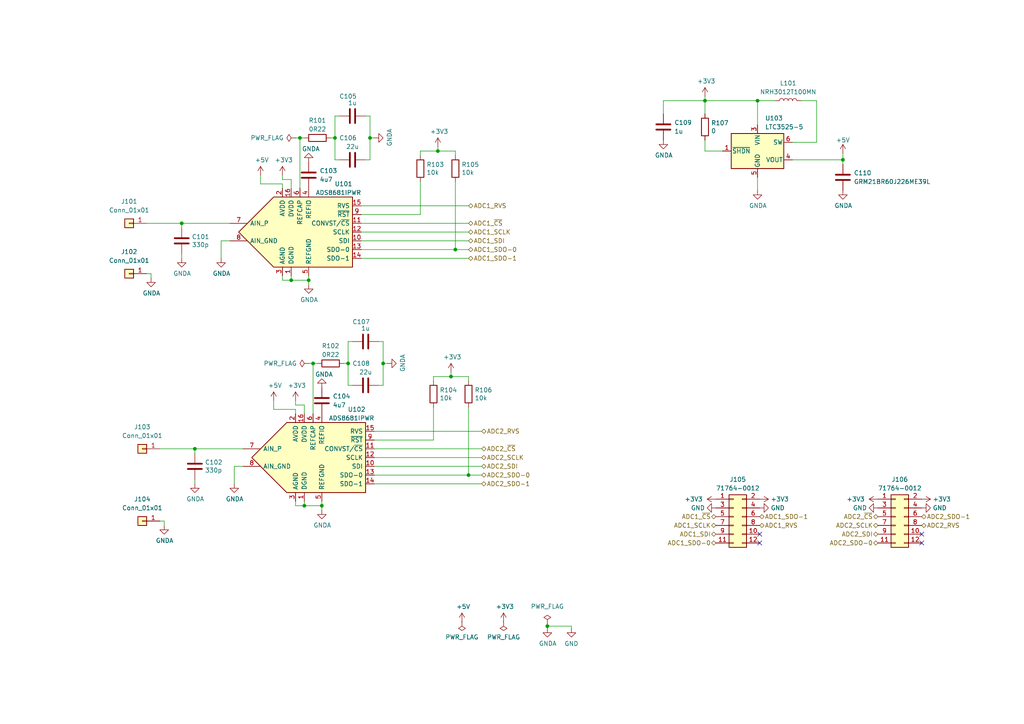
<source format=kicad_sch>
(kicad_sch (version 20230121) (generator eeschema)
  (paper "A4")
  (lib_symbols
    (symbol "Connector_Generic:Conn_01x01" (pin_names (offset 1.016) hide)
      (property "Reference" "J" (at 0 2.54 0))
      (property "Value" "Conn_01x01" (at 0 -2.54 0))
      (symbol "Conn_01x01_1_1"
        (rectangle (start -1.27 0.127) (end 0 -0.127) (stroke (width 0.1524)))
        (rectangle (start -1.27 1.27) (end 1.27 -1.27) (stroke (width 0.254)) (fill (type background)))
        (pin passive line (at -5.08 0 0) (length 3.81) (name "Pin_1") (number "1"))
      )
    )
    (symbol "Connector_Generic:Conn_02x06_Odd_Even" (pin_names (offset 1.016) hide)
      (property "Reference" "J" (at 1.27 7.62 0))
      (property "Value" "Conn_02x06_Odd_Even" (at 1.27 -10.16 0))
      (symbol "Conn_02x06_Odd_Even_1_1"
        (rectangle (start -1.27 -7.493) (end 0 -7.747) (stroke (width 0.1524)))
        (rectangle (start -1.27 -4.953) (end 0 -5.207) (stroke (width 0.1524)))
        (rectangle (start -1.27 -2.413) (end 0 -2.667) (stroke (width 0.1524)))
        (rectangle (start -1.27 0.127) (end 0 -0.127) (stroke (width 0.1524)))
        (rectangle (start -1.27 2.667) (end 0 2.413) (stroke (width 0.1524)))
        (rectangle (start -1.27 5.207) (end 0 4.953) (stroke (width 0.1524)))
        (rectangle (start -1.27 6.35) (end 3.81 -8.89) (stroke (width 0.254)) (fill (type background)))
        (rectangle (start 3.81 -7.493) (end 2.54 -7.747) (stroke (width 0.1524)))
        (rectangle (start 3.81 -4.953) (end 2.54 -5.207) (stroke (width 0.1524)))
        (rectangle (start 3.81 -2.413) (end 2.54 -2.667) (stroke (width 0.1524)))
        (rectangle (start 3.81 0.127) (end 2.54 -0.127) (stroke (width 0.1524)))
        (rectangle (start 3.81 2.667) (end 2.54 2.413) (stroke (width 0.1524)))
        (rectangle (start 3.81 5.207) (end 2.54 4.953) (stroke (width 0.1524)))
        (pin passive line (at -5.08 5.08 0) (length 3.81) (name "Pin_1") (number "1"))
        (pin passive line (at 7.62 -5.08 180) (length 3.81) (name "Pin_10") (number "10"))
        (pin passive line (at -5.08 -7.62 0) (length 3.81) (name "Pin_11") (number "11"))
        (pin passive line (at 7.62 -7.62 180) (length 3.81) (name "Pin_12") (number "12"))
        (pin passive line (at 7.62 5.08 180) (length 3.81) (name "Pin_2") (number "2"))
        (pin passive line (at -5.08 2.54 0) (length 3.81) (name "Pin_3") (number "3"))
        (pin passive line (at 7.62 2.54 180) (length 3.81) (name "Pin_4") (number "4"))
        (pin passive line (at -5.08 0 0) (length 3.81) (name "Pin_5") (number "5"))
        (pin passive line (at 7.62 0 180) (length 3.81) (name "Pin_6") (number "6"))
        (pin passive line (at -5.08 -2.54 0) (length 3.81) (name "Pin_7") (number "7"))
        (pin passive line (at 7.62 -2.54 180) (length 3.81) (name "Pin_8") (number "8"))
        (pin passive line (at -5.08 -5.08 0) (length 3.81) (name "Pin_9") (number "9"))
      )
    )
    (symbol "Device:C" (pin_numbers hide) (pin_names (offset 0.254))
      (property "Reference" "C" (at 0.635 2.54 0))
      (property "Value" "C" (at 0.635 -2.54 0))
      (symbol "C_0_1"
        (polyline (pts (xy -2.032 -0.762) (xy 2.032 -0.762)) (stroke (width 0.508)))
        (polyline (pts (xy -2.032 0.762) (xy 2.032 0.762)) (stroke (width 0.508)))
      )
      (symbol "C_1_1"
        (pin passive line (at 0 3.81 270) (length 2.794) (name "~") (number "1"))
        (pin passive line (at 0 -3.81 90) (length 2.794) (name "~") (number "2"))
      )
    )
    (symbol "Device:L" (pin_numbers hide) (pin_names (offset 1.016) hide)
      (property "Reference" "L" (at -1.27 0 90))
      (property "Value" "L" (at 1.905 0 90))
      (symbol "L_0_1"
        (arc (start 0 -2.54) (mid 0.6323 -1.905) (end 0 -1.27))
        (arc (start 0 -1.27) (mid 0.6323 -0.635) (end 0 0))
        (arc (start 0 0) (mid 0.6323 0.635) (end 0 1.27))
        (arc (start 0 1.27) (mid 0.6323 1.905) (end 0 2.54))
      )
      (symbol "L_1_1"
        (pin passive line (at 0 3.81 270) (length 1.27) (name "1") (number "1"))
        (pin passive line (at 0 -3.81 90) (length 1.27) (name "2") (number "2"))
      )
    )
    (symbol "Device:R" (pin_numbers hide) (pin_names (offset 0))
      (property "Reference" "R" (at 2.032 0 90))
      (property "Value" "R" (at 0 0 90))
      (symbol "R_0_1"
        (rectangle (start -1.016 -2.54) (end 1.016 2.54) (stroke (width 0.254)))
      )
      (symbol "R_1_1"
        (pin passive line (at 0 3.81 270) (length 1.27) (name "~") (number "1"))
        (pin passive line (at 0 -3.81 90) (length 1.27) (name "~") (number "2"))
      )
    )
    (symbol "ETH3CDAQ1:ADS8681PWR" (pin_names (offset 0.762))
      (property "Reference" "U" (at 6.35 13.97 0))
      (property "Value" "ADS8681PWR" (at 6.35 11.43 0))
      (symbol "ADS8681PWR_0_1"
        (polyline (pts (xy -5.08 10.16) (xy 17.78 10.16) (xy 17.78 -10.16) (xy -5.08 -10.16) (xy -15.24 0) (xy -5.08 10.16)) (stroke (width 0.254)) (fill (type background)))
      )
      (symbol "ADS8681PWR_1_1"
        (pin power_in line (at 0 -12.7 90) (length 2.54) (name "DGND") (number "1"))
        (pin input line (at 20.32 -2.54 180) (length 2.54) (name "SDI") (number "10"))
        (pin input line (at 20.32 2.54 180) (length 2.54) (name "CONVST/~{CS}") (number "11"))
        (pin input line (at 20.32 0 180) (length 2.54) (name "SCLK") (number "12"))
        (pin tri_state line (at 20.32 -5.08 180) (length 2.54) (name "SDO-0") (number "13"))
        (pin tri_state line (at 20.32 -7.62 180) (length 2.54) (name "SDO-1") (number "14"))
        (pin output line (at 20.32 7.62 180) (length 2.54) (name "RVS") (number "15"))
        (pin power_in line (at 0 12.7 270) (length 2.54) (name "DVDD") (number "16"))
        (pin power_in line (at -2.54 12.7 270) (length 2.54) (name "AVDD") (number "2"))
        (pin power_in line (at -2.54 -12.7 90) (length 2.54) (name "AGND") (number "3"))
        (pin passive line (at 5.08 12.7 270) (length 2.54) (name "REFIO") (number "4"))
        (pin power_in line (at 5.08 -12.7 90) (length 2.54) (name "REFGND") (number "5"))
        (pin power_in line (at 2.54 12.7 270) (length 2.54) (name "REFCAP") (number "6"))
        (pin input line (at -17.78 2.54 0) (length 5.08) (name "AIN_P") (number "7"))
        (pin input line (at -17.78 -2.54 0) (length 5.08) (name "AIN_GND") (number "8"))
        (pin input line (at 20.32 5.08 180) (length 2.54) (name "~{RST}") (number "9"))
      )
    )
    (symbol "PWR_FLAG_1" (power) (pin_numbers hide) (pin_names (offset 0) hide)
      (property "Value" "PWR_FLAG_1" (at 0 3.81 0))
      (symbol "PWR_FLAG_1_0_0"
        (pin power_out line (at 0 0 90) (length 0) (name "pwr") (number "1"))
      )
      (symbol "PWR_FLAG_1_0_1"
        (polyline (pts (xy 0 0) (xy 0 1.27) (xy -1.016 1.905) (xy 0 2.54) (xy 1.016 1.905) (xy 0 1.27)))
      )
    )
    (symbol "Regulator_Switching:LTC3525-5" (pin_names (offset 0.254))
      (property "Reference" "U" (at -6.35 6.35 0))
      (property "Value" "LTC3525-5" (at 1.27 6.35 0))
      (symbol "LTC3525-5_0_1"
        (rectangle (start -7.62 5.08) (end 7.62 -5.08) (stroke (width 0.254)) (fill (type background)))
      )
      (symbol "LTC3525-5_1_1"
        (pin input line (at -10.16 0 0) (length 2.54) (name "~{SHDN}") (number "1"))
        (pin passive line (at 0 -7.62 90) (length 2.54) hide (name "GND") (number "2"))
        (pin power_in line (at 0 7.62 270) (length 2.54) (name "VIN") (number "3"))
        (pin power_out line (at 10.16 -2.54 180) (length 2.54) (name "VOUT") (number "4"))
        (pin power_in line (at 0 -7.62 90) (length 2.54) (name "GND") (number "5"))
        (pin input line (at 10.16 2.54 180) (length 2.54) (name "SW") (number "6"))
      )
    )
    (symbol "power:+3.3V" (power) (pin_names (offset 0))
      (property "Value" "+3.3V" (at 0 3.556 0))
      (symbol "+3.3V_0_1"
        (polyline (pts (xy -0.762 1.27) (xy 0 2.54)))
        (polyline (pts (xy 0 0) (xy 0 2.54)))
        (polyline (pts (xy 0 2.54) (xy 0.762 1.27)))
      )
      (symbol "+3.3V_1_1"
        (pin power_in line (at 0 0 90) (length 0) hide (name "+3V3") (number "1"))
      )
    )
    (symbol "power:+5V" (power) (pin_names (offset 0))
      (property "Value" "+5V" (at 0 3.556 0))
      (symbol "+5V_0_1"
        (polyline (pts (xy -0.762 1.27) (xy 0 2.54)))
        (polyline (pts (xy 0 0) (xy 0 2.54)))
        (polyline (pts (xy 0 2.54) (xy 0.762 1.27)))
      )
      (symbol "+5V_1_1"
        (pin power_in line (at 0 0 90) (length 0) hide (name "+5V") (number "1"))
      )
    )
    (symbol "power:GND" (power) (pin_names (offset 0))
      (property "Value" "GND" (at 0 -3.81 0))
      (symbol "GND_0_1"
        (polyline (pts (xy 0 0) (xy 0 -1.27) (xy 1.27 -1.27) (xy 0 -2.54) (xy -1.27 -1.27) (xy 0 -1.27)))
      )
      (symbol "GND_1_1"
        (pin power_in line (at 0 0 270) (length 0) hide (name "GND") (number "1"))
      )
    )
    (symbol "power:GNDA" (power) (pin_names (offset 0))
      (property "Value" "GNDA" (at 0 -3.81 0))
      (symbol "GNDA_0_1"
        (polyline (pts (xy 0 0) (xy 0 -1.27) (xy 1.27 -1.27) (xy 0 -2.54) (xy -1.27 -1.27) (xy 0 -1.27)))
      )
      (symbol "GNDA_1_1"
        (pin power_in line (at 0 0 270) (length 0) hide (name "GNDA") (number "1"))
      )
    )
    (symbol "power:PWR_FLAG" (power) (pin_numbers hide) (pin_names (offset 0) hide)
      (property "Value" "PWR_FLAG" (at 0 3.81 0))
      (symbol "PWR_FLAG_0_0"
        (pin power_out line (at 0 0 90) (length 0) (name "pwr") (number "1"))
      )
      (symbol "PWR_FLAG_0_1"
        (polyline (pts (xy 0 0) (xy 0 1.27) (xy -1.016 1.905) (xy 0 2.54) (xy 1.016 1.905) (xy 0 1.27)))
      )
    )
  )
  (junction (at 90.805 105.41))
  (junction (at 135.89 137.795))
  (junction (at 244.475 46.355))
  (junction (at 88.265 146.685))
  (junction (at 130.81 109.22))
  (junction (at 158.75 181.61))
  (junction (at 204.47 29.21))
  (junction (at 56.515 130.175))
  (junction (at 86.995 40.005))
  (junction (at 100.965 105.41))
  (junction (at 132.08 72.39))
  (junction (at 219.71 29.21))
  (junction (at 84.455 81.28))
  (junction (at 52.705 64.77))
  (junction (at 89.535 81.28))
  (junction (at 127 43.815))
  (junction (at 97.155 40.005))
  (junction (at 111.125 105.41))
  (junction (at 107.315 40.005))
  (junction (at 93.345 146.685))
  (no_connect (at 220.345 154.94))
  (no_connect (at 267.335 157.48))
  (no_connect (at 220.345 157.48))
  (no_connect (at 267.335 154.94))
  (wire (pts (xy 70.485 130.175) (xy 56.515 130.175)))
  (wire (pts (xy 85.725 146.685) (xy 88.265 146.685)))
  (wire (pts (xy 107.315 46.355) (xy 107.315 40.005)))
  (wire (pts (xy 42.545 64.77) (xy 52.705 64.77)))
  (wire (pts (xy 204.47 29.21) (xy 204.47 33.02)))
  (wire (pts (xy 47.625 151.13) (xy 47.625 152.4)))
  (wire (pts (xy 135.89 137.795) (xy 139.7 137.795)))
  (wire (pts (xy 102.235 111.76) (xy 100.965 111.76)))
  (wire (pts (xy 100.965 105.41) (xy 99.695 105.41)))
  (wire (pts (xy 88.265 117.475) (xy 85.725 117.475)))
  (wire (pts (xy 84.455 81.28) (xy 84.455 80.01)))
  (wire (pts (xy 56.515 131.445) (xy 56.515 130.175)))
  (wire (pts (xy 111.125 105.41) (xy 111.125 99.06)))
  (wire (pts (xy 107.315 40.005) (xy 107.315 33.655)))
  (wire (pts (xy 104.775 72.39) (xy 132.08 72.39)))
  (wire (pts (xy 97.155 46.355) (xy 97.155 40.005)))
  (wire (pts (xy 165.735 181.61) (xy 165.735 182.245)))
  (wire (pts (xy 56.515 140.335) (xy 56.515 139.065)))
  (wire (pts (xy 135.89 110.49) (xy 135.89 109.22)))
  (wire (pts (xy 108.585 135.255) (xy 139.7 135.255)))
  (wire (pts (xy 81.915 80.01) (xy 81.915 81.28)))
  (wire (pts (xy 192.405 29.21) (xy 204.47 29.21)))
  (wire (pts (xy 111.125 111.76) (xy 111.125 105.41)))
  (wire (pts (xy 97.155 33.655) (xy 98.425 33.655)))
  (wire (pts (xy 64.135 69.85) (xy 66.675 69.85)))
  (wire (pts (xy 125.73 109.22) (xy 130.81 109.22)))
  (wire (pts (xy 106.045 46.355) (xy 107.315 46.355)))
  (wire (pts (xy 67.945 140.335) (xy 67.945 135.255)))
  (wire (pts (xy 121.92 45.085) (xy 121.92 43.815)))
  (wire (pts (xy 104.775 62.23) (xy 121.92 62.23)))
  (wire (pts (xy 88.265 146.685) (xy 93.345 146.685)))
  (wire (pts (xy 219.71 29.21) (xy 224.79 29.21)))
  (wire (pts (xy 75.565 53.34) (xy 81.915 53.34)))
  (wire (pts (xy 112.395 105.41) (xy 111.125 105.41)))
  (wire (pts (xy 204.47 43.815) (xy 204.47 40.64)))
  (wire (pts (xy 97.155 40.005) (xy 95.885 40.005)))
  (wire (pts (xy 125.73 127.635) (xy 125.73 118.11)))
  (wire (pts (xy 127 42.545) (xy 127 43.815)))
  (wire (pts (xy 52.705 66.04) (xy 52.705 64.77)))
  (wire (pts (xy 192.405 33.02) (xy 192.405 29.21)))
  (wire (pts (xy 52.705 74.93) (xy 52.705 73.66)))
  (wire (pts (xy 132.08 45.085) (xy 132.08 43.815)))
  (wire (pts (xy 79.375 118.745) (xy 85.725 118.745)))
  (wire (pts (xy 158.75 181.61) (xy 165.735 181.61)))
  (wire (pts (xy 81.915 52.07) (xy 81.915 50.8)))
  (wire (pts (xy 219.71 36.195) (xy 219.71 29.21)))
  (wire (pts (xy 90.805 105.41) (xy 90.805 120.015)))
  (wire (pts (xy 209.55 43.815) (xy 204.47 43.815)))
  (wire (pts (xy 158.75 182.245) (xy 158.75 181.61)))
  (wire (pts (xy 244.475 46.355) (xy 244.475 47.625)))
  (wire (pts (xy 75.565 53.34) (xy 75.565 50.8)))
  (wire (pts (xy 121.92 43.815) (xy 127 43.815)))
  (wire (pts (xy 204.47 27.94) (xy 204.47 29.21)))
  (wire (pts (xy 84.455 52.07) (xy 81.915 52.07)))
  (wire (pts (xy 89.535 105.41) (xy 90.805 105.41)))
  (wire (pts (xy 89.535 82.55) (xy 89.535 81.28)))
  (wire (pts (xy 89.535 81.28) (xy 89.535 80.01)))
  (wire (pts (xy 108.585 40.005) (xy 107.315 40.005)))
  (wire (pts (xy 236.855 29.21) (xy 236.855 41.275)))
  (wire (pts (xy 85.725 40.005) (xy 86.995 40.005)))
  (wire (pts (xy 229.87 46.355) (xy 244.475 46.355)))
  (wire (pts (xy 46.355 151.13) (xy 47.625 151.13)))
  (wire (pts (xy 88.265 146.685) (xy 88.265 145.415)))
  (wire (pts (xy 88.265 120.015) (xy 88.265 117.475)))
  (wire (pts (xy 108.585 127.635) (xy 125.73 127.635)))
  (wire (pts (xy 46.355 130.175) (xy 56.515 130.175)))
  (wire (pts (xy 109.855 111.76) (xy 111.125 111.76)))
  (wire (pts (xy 158.75 180.975) (xy 158.75 181.61)))
  (wire (pts (xy 86.995 40.005) (xy 86.995 54.61)))
  (wire (pts (xy 64.135 74.93) (xy 64.135 69.85)))
  (wire (pts (xy 42.545 79.375) (xy 43.815 79.375)))
  (wire (pts (xy 81.915 81.28) (xy 84.455 81.28)))
  (wire (pts (xy 219.71 51.435) (xy 219.71 55.245)))
  (wire (pts (xy 111.125 99.06) (xy 109.855 99.06)))
  (wire (pts (xy 108.585 130.175) (xy 139.7 130.175)))
  (wire (pts (xy 85.725 120.015) (xy 85.725 118.745)))
  (wire (pts (xy 121.92 62.23) (xy 121.92 52.705)))
  (wire (pts (xy 100.965 105.41) (xy 100.965 99.06)))
  (wire (pts (xy 97.155 40.005) (xy 97.155 33.655)))
  (wire (pts (xy 88.265 40.005) (xy 86.995 40.005)))
  (wire (pts (xy 100.965 111.76) (xy 100.965 105.41)))
  (wire (pts (xy 84.455 54.61) (xy 84.455 52.07)))
  (wire (pts (xy 92.075 105.41) (xy 90.805 105.41)))
  (wire (pts (xy 127 43.815) (xy 132.08 43.815)))
  (wire (pts (xy 104.775 64.77) (xy 135.89 64.77)))
  (wire (pts (xy 132.08 72.39) (xy 135.89 72.39)))
  (wire (pts (xy 84.455 81.28) (xy 89.535 81.28)))
  (wire (pts (xy 93.345 146.685) (xy 93.345 145.415)))
  (wire (pts (xy 104.775 67.31) (xy 135.89 67.31)))
  (wire (pts (xy 100.965 99.06) (xy 102.235 99.06)))
  (wire (pts (xy 107.315 33.655) (xy 106.045 33.655)))
  (wire (pts (xy 130.81 109.22) (xy 135.89 109.22)))
  (wire (pts (xy 43.815 79.375) (xy 43.815 80.645)))
  (wire (pts (xy 232.41 29.21) (xy 236.855 29.21)))
  (wire (pts (xy 104.775 59.69) (xy 135.89 59.69)))
  (wire (pts (xy 104.775 74.93) (xy 135.89 74.93)))
  (wire (pts (xy 79.375 118.745) (xy 79.375 116.205)))
  (wire (pts (xy 66.675 64.77) (xy 52.705 64.77)))
  (wire (pts (xy 108.585 132.715) (xy 139.7 132.715)))
  (wire (pts (xy 108.585 125.095) (xy 139.7 125.095)))
  (wire (pts (xy 81.915 54.61) (xy 81.915 53.34)))
  (wire (pts (xy 98.425 46.355) (xy 97.155 46.355)))
  (wire (pts (xy 85.725 145.415) (xy 85.725 146.685)))
  (wire (pts (xy 93.345 147.955) (xy 93.345 146.685)))
  (wire (pts (xy 219.71 29.21) (xy 204.47 29.21)))
  (wire (pts (xy 132.08 52.705) (xy 132.08 72.39)))
  (wire (pts (xy 104.775 69.85) (xy 135.89 69.85)))
  (wire (pts (xy 108.585 140.335) (xy 139.7 140.335)))
  (wire (pts (xy 67.945 135.255) (xy 70.485 135.255)))
  (wire (pts (xy 85.725 117.475) (xy 85.725 116.205)))
  (wire (pts (xy 236.855 41.275) (xy 229.87 41.275)))
  (wire (pts (xy 244.475 46.355) (xy 244.475 44.45)))
  (wire (pts (xy 130.81 107.95) (xy 130.81 109.22)))
  (wire (pts (xy 135.89 118.11) (xy 135.89 137.795)))
  (wire (pts (xy 125.73 110.49) (xy 125.73 109.22)))
  (wire (pts (xy 108.585 137.795) (xy 135.89 137.795)))
  (hierarchical_label "ADC2_~{CS}" (shape bidirectional) (at 139.7 130.175 0))
  (hierarchical_label "ADC2_SDO-1" (shape bidirectional) (at 139.7 140.335 0))
  (hierarchical_label "ADC2_RVS" (shape bidirectional) (at 139.7 125.095 0))
  (hierarchical_label "ADC1_~{CS}" (shape bidirectional) (at 207.645 149.86 180))
  (hierarchical_label "ADC2_SCLK" (shape bidirectional) (at 139.7 132.715 0))
  (hierarchical_label "ADC1_SDI" (shape bidirectional) (at 207.645 154.94 180))
  (hierarchical_label "ADC2_SCLK" (shape bidirectional) (at 254.635 152.4 180))
  (hierarchical_label "ADC2_SDI" (shape bidirectional) (at 139.7 135.255 0))
  (hierarchical_label "ADC1_SDO-1" (shape bidirectional) (at 220.345 149.86 0))
  (hierarchical_label "ADC2_SDO-0" (shape bidirectional) (at 139.7 137.795 0))
  (hierarchical_label "ADC1_SDI" (shape bidirectional) (at 135.89 69.85 0))
  (hierarchical_label "ADC1_RVS" (shape bidirectional) (at 135.89 59.69 0))
  (hierarchical_label "ADC2_SDO-0" (shape bidirectional) (at 254.635 157.48 180))
  (hierarchical_label "ADC1_~{CS}" (shape bidirectional) (at 135.89 64.77 0))
  (hierarchical_label "ADC1_SDO-0" (shape bidirectional) (at 207.645 157.48 180))
  (hierarchical_label "ADC1_SCLK" (shape bidirectional) (at 135.89 67.31 0))
  (hierarchical_label "ADC1_SCLK" (shape bidirectional) (at 207.645 152.4 180))
  (hierarchical_label "ADC2_SDI" (shape bidirectional) (at 254.635 154.94 180))
  (hierarchical_label "ADC1_SDO-1" (shape bidirectional) (at 135.89 74.93 0))
  (hierarchical_label "ADC2_RVS" (shape bidirectional) (at 267.335 152.4 0))
  (hierarchical_label "ADC2_~{CS}" (shape bidirectional) (at 254.635 149.86 180))
  (hierarchical_label "ADC2_SDO-1" (shape bidirectional) (at 267.335 149.86 0))
  (hierarchical_label "ADC1_SDO-0" (shape bidirectional) (at 135.89 72.39 0))
  (hierarchical_label "ADC1_RVS" (shape bidirectional) (at 220.345 152.4 0))
  (symbol (lib_id "Connector_Generic:Conn_02x06_Odd_Even") (at 259.715 149.86 0) (unit 1)
    (property "Reference" "J106" (at 260.985 139.065 0))
    (property "Value" "71764-0012" (at 260.985 141.605 0))
    (property "Footprint" "Connector_PinHeader_2.54mm:PinHeader_2x06_P2.54mm_Horizontal" (effects hide))
  )
  (symbol (lib_id "power:PWR_FLAG") (at 89.535 105.41 90) (unit 1)
    (property "Reference" "#FLG0102" (effects hide))
    (property "Value" "PWR_FLAG" (at 81.28 105.41 90))
  )
  (symbol (lib_id "power:GND") (at 207.645 147.32 270) (mirror x) (unit 1)
    (property "Reference" "#PWR0126" (effects hide))
    (property "Value" "GND" (at 204.47 147.32 90) (effects (justify right)))
  )
  (symbol (lib_id "power:GNDA") (at 43.815 80.645 0) (unit 1)
    (property "Reference" "#PWR0101" (effects hide))
    (property "Value" "GNDA" (at 43.942 85.0392 0))
  )
  (symbol (lib_id "power:+3.3V") (at 146.05 180.34 0) (unit 1)
    (property "Reference" "#PWR0120" (effects hide))
    (property "Value" "+3.3V" (at 146.431 175.9458 0))
  )
  (symbol (lib_id "Connector_Generic:Conn_02x06_Odd_Even") (at 212.725 149.86 0) (unit 1)
    (property "Reference" "J105" (at 213.995 139.065 0))
    (property "Value" "71764-0012" (at 213.995 141.605 0))
    (property "Footprint" "Connector_PinHeader_2.54mm:PinHeader_2x06_P2.54mm_Horizontal" (effects hide))
  )
  (symbol (lib_id "power:+3.3V") (at 85.725 116.205 0) (unit 1)
    (property "Reference" "#PWR0110" (effects hide))
    (property "Value" "+3.3V" (at 86.106 111.8108 0))
  )
  (symbol (lib_id "power:GNDA") (at 192.405 40.64 0) (unit 1)
    (property "Reference" "#PWR0123" (effects hide))
    (property "Value" "GNDA" (at 192.532 45.0342 0))
  )
  (symbol (lib_id "power:GNDA") (at 89.535 82.55 0) (unit 1)
    (property "Reference" "#PWR0112" (effects hide))
    (property "Value" "GNDA" (at 89.662 86.9442 0))
  )
  (symbol (lib_id "power:GNDA") (at 64.135 74.93 0) (unit 1)
    (property "Reference" "#PWR0105" (effects hide))
    (property "Value" "GNDA" (at 64.262 79.3242 0))
  )
  (symbol (lib_id "power:GNDA") (at 56.515 140.335 0) (unit 1)
    (property "Reference" "#PWR0104" (effects hide))
    (property "Value" "GNDA" (at 56.642 144.7292 0))
  )
  (symbol (lib_id "Device:C") (at 93.345 116.205 0) (unit 1)
    (property "Reference" "C104" (at 96.52 114.935 0) (effects (justify left)))
    (property "Value" "4u7" (at 96.52 117.475 0) (effects (justify left)))
    (property "Footprint" "Capacitor_SMD:C_0603_1608Metric_Pad1.08x0.95mm_HandSolder" (effects hide))
  )
  (symbol (lib_id "power:+3.3V") (at 127 42.545 0) (unit 1)
    (property "Reference" "#PWR0117" (effects hide))
    (property "Value" "+3.3V" (at 127.381 38.1508 0))
  )
  (symbol (lib_id "Connector_Generic:Conn_01x01") (at 37.465 64.77 180) (unit 1)
    (property "Reference" "J101" (at 37.465 58.42 0))
    (property "Value" "Conn_01x01" (at 37.465 60.96 0))
    (property "Footprint" "Connector_PinHeader_2.54mm:PinHeader_1x01_P2.54mm_Vertical" (effects hide))
  )
  (symbol (lib_id "Regulator_Switching:LTC3525-5") (at 219.71 43.815 0) (unit 1)
    (property "Reference" "U103" (at 221.9041 34.29 0) (effects (justify left)))
    (property "Value" "LTC3525-5" (at 221.9041 36.83 0) (effects (justify left)))
    (property "Footprint" "Package_TO_SOT_SMD:SOT-363_SC-70-6" (effects hide))
    (property "Datasheet" "https://www.analog.com/media/en/technical-documentation/data-sheets/3525fc.pdf" (effects hide))
  )
  (symbol (lib_id "Device:C") (at 102.235 46.355 90) (unit 1)
    (property "Reference" "C106" (at 103.505 40.005 90) (effects (justify left)))
    (property "Value" "22u" (at 104.14 42.545 90) (effects (justify left)))
    (property "Footprint" "Capacitor_SMD:C_0805_2012Metric_Pad1.18x1.45mm_HandSolder" (effects hide))
  )
  (symbol (lib_id "power:+3.3V") (at 204.47 27.94 0) (unit 1)
    (property "Reference" "#PWR0124" (effects hide))
    (property "Value" "+3.3V" (at 204.851 23.5458 0))
  )
  (symbol (lib_id "power:PWR_FLAG") (at 85.725 40.005 90) (unit 1)
    (property "Reference" "#FLG0101" (effects hide))
    (property "Value" "PWR_FLAG" (at 77.47 40.005 90))
  )
  (symbol (lib_id "power:+3.3V") (at 81.915 50.8 0) (unit 1)
    (property "Reference" "#PWR0109" (effects hide))
    (property "Value" "+3.3V" (at 82.296 46.4058 0))
  )
  (symbol (lib_name "PWR_FLAG_1") (lib_id "power:PWR_FLAG") (at 158.75 180.975 0) (unit 1)
    (property "Reference" "#FLG0105" (effects hide))
    (property "Value" "PWR_FLAG" (at 158.75 175.895 0))
  )
  (symbol (lib_id "power:GNDA") (at 52.705 74.93 0) (unit 1)
    (property "Reference" "#PWR0103" (effects hide))
    (property "Value" "GNDA" (at 52.832 79.3242 0))
  )
  (symbol (lib_id "Device:R") (at 125.73 114.3 0) (unit 1)
    (property "Reference" "R104" (at 127.508 113.1316 0) (effects (justify left)))
    (property "Value" "10k" (at 127.508 115.443 0) (effects (justify left)))
    (property "Footprint" "Resistor_SMD:R_0603_1608Metric_Pad0.98x0.95mm_HandSolder" (effects hide))
  )
  (symbol (lib_id "ETH3CDAQ1:ADS8681PWR") (at 88.265 132.715 0) (unit 1)
    (property "Reference" "U102" (at 106.045 118.745 0) (effects (justify right)))
    (property "Value" "ADS8681IPWR" (at 108.585 121.285 0) (effects (justify right)))
    (property "Footprint" "Package_SO:TSSOP-16_4.4x5mm_P0.65mm" (effects hide))
  )
  (symbol (lib_id "power:GNDA") (at 219.71 55.245 0) (unit 1)
    (property "Reference" "#PWR0127" (effects hide))
    (property "Value" "GNDA" (at 219.837 59.6392 0))
  )
  (symbol (lib_id "power:GNDA") (at 158.75 182.245 0) (unit 1)
    (property "Reference" "#PWR0121" (effects hide))
    (property "Value" "GNDA" (at 158.877 186.6392 0))
  )
  (symbol (lib_id "power:+5V") (at 244.475 44.45 0) (unit 1)
    (property "Reference" "#PWR0130" (effects hide))
    (property "Value" "+5V" (at 244.475 40.64 0))
  )
  (symbol (lib_id "power:+3.3V") (at 267.335 144.78 270) (mirror x) (unit 1)
    (property "Reference" "#PWR0134" (effects hide))
    (property "Value" "+3.3V" (at 270.51 144.78 90) (effects (justify left)))
  )
  (symbol (lib_id "power:GNDA") (at 89.535 46.99 180) (unit 1)
    (property "Reference" "#PWR0111" (effects hide))
    (property "Value" "GNDA" (at 90.17 43.18 0))
  )
  (symbol (lib_id "Device:C") (at 89.535 50.8 0) (unit 1)
    (property "Reference" "C103" (at 92.71 49.53 0) (effects (justify left)))
    (property "Value" "4u7" (at 92.71 52.07 0) (effects (justify left)))
    (property "Footprint" "Capacitor_SMD:C_0603_1608Metric_Pad1.08x0.95mm_HandSolder" (effects hide))
  )
  (symbol (lib_id "Connector_Generic:Conn_01x01") (at 41.275 151.13 180) (unit 1)
    (property "Reference" "J104" (at 41.275 144.78 0))
    (property "Value" "Conn_01x01" (at 41.275 147.32 0))
    (property "Footprint" "Connector_PinHeader_2.54mm:PinHeader_1x01_P2.54mm_Vertical" (effects hide))
  )
  (symbol (lib_id "power:GND") (at 165.735 182.245 0) (mirror y) (unit 1)
    (property "Reference" "#PWR0122" (effects hide))
    (property "Value" "GND" (at 165.735 186.69 0))
  )
  (symbol (lib_id "power:+5V") (at 75.565 50.8 0) (unit 1)
    (property "Reference" "#PWR0107" (effects hide))
    (property "Value" "+5V" (at 75.946 46.4058 0))
  )
  (symbol (lib_id "Device:C") (at 106.045 111.76 90) (unit 1)
    (property "Reference" "C108" (at 107.315 105.41 90) (effects (justify left)))
    (property "Value" "22u" (at 107.95 107.95 90) (effects (justify left)))
    (property "Footprint" "Capacitor_SMD:C_0805_2012Metric_Pad1.18x1.45mm_HandSolder" (effects hide))
  )
  (symbol (lib_id "Device:C") (at 56.515 135.255 0) (unit 1)
    (property "Reference" "C102" (at 59.436 134.0866 0) (effects (justify left)))
    (property "Value" "330p" (at 59.436 136.398 0) (effects (justify left)))
    (property "Footprint" "Capacitor_SMD:C_0603_1608Metric_Pad1.08x0.95mm_HandSolder" (effects hide))
  )
  (symbol (lib_id "Device:R") (at 121.92 48.895 0) (unit 1)
    (property "Reference" "R103" (at 123.698 47.7266 0) (effects (justify left)))
    (property "Value" "10k" (at 123.698 50.038 0) (effects (justify left)))
    (property "Footprint" "Resistor_SMD:R_0603_1608Metric_Pad0.98x0.95mm_HandSolder" (effects hide))
  )
  (symbol (lib_id "power:GND") (at 220.345 147.32 90) (mirror x) (unit 1)
    (property "Reference" "#PWR0129" (effects hide))
    (property "Value" "GND" (at 223.52 147.32 90) (effects (justify right)))
  )
  (symbol (lib_id "Device:R") (at 95.885 105.41 90) (unit 1)
    (property "Reference" "R102" (at 95.885 100.33 90))
    (property "Value" "0R22" (at 95.885 102.87 90))
    (property "Footprint" "Resistor_SMD:R_0603_1608Metric_Pad0.98x0.95mm_HandSolder" (effects hide))
  )
  (symbol (lib_id "Connector_Generic:Conn_01x01") (at 37.465 79.375 180) (unit 1)
    (property "Reference" "J102" (at 37.465 73.025 0))
    (property "Value" "Conn_01x01" (at 37.465 75.565 0))
    (property "Footprint" "Connector_PinHeader_2.54mm:PinHeader_1x01_P2.54mm_Vertical" (effects hide))
  )
  (symbol (lib_name "PWR_FLAG_1") (lib_id "power:PWR_FLAG") (at 146.05 180.34 180) (unit 1)
    (property "Reference" "#FLG0104" (effects hide))
    (property "Value" "PWR_FLAG" (at 146.05 184.785 0))
  )
  (symbol (lib_id "power:+3.3V") (at 220.345 144.78 270) (mirror x) (unit 1)
    (property "Reference" "#PWR0128" (effects hide))
    (property "Value" "+3.3V" (at 223.52 144.78 90) (effects (justify left)))
  )
  (symbol (lib_id "Device:L") (at 228.6 29.21 90) (unit 1)
    (property "Reference" "L101" (at 228.6 24.13 90))
    (property "Value" "NRH3012T100MN" (at 228.6 26.67 90))
    (property "Footprint" "Library:NRH3012" (effects hide))
  )
  (symbol (lib_id "power:+5V") (at 133.985 180.34 0) (unit 1)
    (property "Reference" "#PWR0119" (effects hide))
    (property "Value" "+5V" (at 134.366 175.9458 0))
  )
  (symbol (lib_id "power:+5V") (at 79.375 116.205 0) (unit 1)
    (property "Reference" "#PWR0108" (effects hide))
    (property "Value" "+5V" (at 79.756 111.8108 0))
  )
  (symbol (lib_id "power:+3.3V") (at 207.645 144.78 90) (mirror x) (unit 1)
    (property "Reference" "#PWR0125" (effects hide))
    (property "Value" "+3.3V" (at 203.835 144.78 90) (effects (justify left)))
  )
  (symbol (lib_id "Device:R") (at 92.075 40.005 90) (unit 1)
    (property "Reference" "R101" (at 92.075 34.925 90))
    (property "Value" "0R22" (at 92.075 37.465 90))
    (property "Footprint" "Resistor_SMD:R_0603_1608Metric_Pad0.98x0.95mm_HandSolder" (effects hide))
  )
  (symbol (lib_id "Device:R") (at 132.08 48.895 0) (unit 1)
    (property "Reference" "R105" (at 133.858 47.7266 0) (effects (justify left)))
    (property "Value" "10k" (at 133.858 50.038 0) (effects (justify left)))
    (property "Footprint" "Resistor_SMD:R_0603_1608Metric_Pad0.98x0.95mm_HandSolder" (effects hide))
  )
  (symbol (lib_id "power:+3.3V") (at 130.81 107.95 0) (unit 1)
    (property "Reference" "#PWR0118" (effects hide))
    (property "Value" "+3.3V" (at 131.191 103.5558 0))
  )
  (symbol (lib_id "power:GNDA") (at 108.585 40.005 90) (unit 1)
    (property "Reference" "#PWR0115" (effects hide))
    (property "Value" "GNDA" (at 112.9792 39.878 0))
  )
  (symbol (lib_id "power:GNDA") (at 93.345 112.395 180) (unit 1)
    (property "Reference" "#PWR0113" (effects hide))
    (property "Value" "GNDA" (at 93.98 108.585 0))
  )
  (symbol (lib_id "power:+3.3V") (at 254.635 144.78 90) (mirror x) (unit 1)
    (property "Reference" "#PWR0132" (effects hide))
    (property "Value" "+3.3V" (at 250.825 144.78 90) (effects (justify left)))
  )
  (symbol (lib_id "power:GND") (at 254.635 147.32 270) (mirror x) (unit 1)
    (property "Reference" "#PWR0133" (effects hide))
    (property "Value" "GND" (at 251.46 147.32 90) (effects (justify right)))
  )
  (symbol (lib_id "Device:C") (at 192.405 36.83 0) (unit 1)
    (property "Reference" "C109" (at 195.58 35.56 0) (effects (justify left)))
    (property "Value" "1u" (at 195.58 38.1 0) (effects (justify left)))
    (property "Footprint" "Capacitor_SMD:C_0603_1608Metric_Pad1.08x0.95mm_HandSolder" (effects hide))
  )
  (symbol (lib_id "power:GNDA") (at 244.475 55.245 0) (unit 1)
    (property "Reference" "#PWR0131" (effects hide))
    (property "Value" "GNDA" (at 244.602 59.6392 0))
  )
  (symbol (lib_id "power:GNDA") (at 67.945 140.335 0) (unit 1)
    (property "Reference" "#PWR0106" (effects hide))
    (property "Value" "GNDA" (at 68.072 144.7292 0))
  )
  (symbol (lib_id "Device:C") (at 244.475 51.435 0) (unit 1)
    (property "Reference" "C110" (at 247.65 50.165 0) (effects (justify left)))
    (property "Value" "GRM21BR60J226ME39L" (at 247.65 52.705 0) (effects (justify left)))
    (property "Footprint" "Capacitor_SMD:C_0805_2012Metric_Pad1.18x1.45mm_HandSolder" (effects hide))
  )
  (symbol (lib_id "Device:C") (at 52.705 69.85 0) (unit 1)
    (property "Reference" "C101" (at 55.626 68.6816 0) (effects (justify left)))
    (property "Value" "330p" (at 55.626 70.993 0) (effects (justify left)))
    (property "Footprint" "Capacitor_SMD:C_0603_1608Metric_Pad1.08x0.95mm_HandSolder" (effects hide))
  )
  (symbol (lib_id "Device:R") (at 204.47 36.83 0) (unit 1)
    (property "Reference" "R107" (at 206.248 35.6616 0) (effects (justify left)))
    (property "Value" "0" (at 206.248 37.973 0) (effects (justify left)))
    (property "Footprint" "Resistor_SMD:R_0603_1608Metric_Pad0.98x0.95mm_HandSolder" (effects hide))
  )
  (symbol (lib_name "PWR_FLAG_1") (lib_id "power:PWR_FLAG") (at 133.985 180.34 180) (unit 1)
    (property "Reference" "#FLG0103" (effects hide))
    (property "Value" "PWR_FLAG" (at 133.985 184.785 0))
  )
  (symbol (lib_id "power:GNDA") (at 47.625 152.4 0) (unit 1)
    (property "Reference" "#PWR0102" (effects hide))
    (property "Value" "GNDA" (at 47.752 156.7942 0))
  )
  (symbol (lib_id "Connector_Generic:Conn_01x01") (at 41.275 130.175 180) (unit 1)
    (property "Reference" "J103" (at 41.275 123.825 0))
    (property "Value" "Conn_01x01" (at 41.275 126.365 0))
    (property "Footprint" "Connector_PinHeader_2.54mm:PinHeader_1x01_P2.54mm_Vertical" (effects hide))
  )
  (symbol (lib_id "ETH3CDAQ1:ADS8681PWR") (at 84.455 67.31 0) (unit 1)
    (property "Reference" "U101" (at 102.235 53.34 0) (effects (justify right)))
    (property "Value" "ADS8681IPWR" (at 104.775 55.88 0) (effects (justify right)))
    (property "Footprint" "Package_SO:TSSOP-16_4.4x5mm_P0.65mm" (effects hide))
  )
  (symbol (lib_id "power:GNDA") (at 112.395 105.41 90) (unit 1)
    (property "Reference" "#PWR0116" (effects hide))
    (property "Value" "GNDA" (at 116.7892 105.283 0))
  )
  (symbol (lib_id "Device:C") (at 106.045 99.06 90) (unit 1)
    (property "Reference" "C107" (at 107.315 93.345 90) (effects (justify left)))
    (property "Value" "1u" (at 107.315 95.25 90) (effects (justify left)))
    (property "Footprint" "Capacitor_SMD:C_0603_1608Metric_Pad1.08x0.95mm_HandSolder" (effects hide))
  )
  (symbol (lib_id "power:GND") (at 267.335 147.32 90) (mirror x) (unit 1)
    (property "Reference" "#PWR0135" (effects hide))
    (property "Value" "GND" (at 270.51 147.32 90) (effects (justify right)))
  )
  (symbol (lib_id "Device:R") (at 135.89 114.3 0) (unit 1)
    (property "Reference" "R106" (at 137.668 113.1316 0) (effects (justify left)))
    (property "Value" "10k" (at 137.668 115.443 0) (effects (justify left)))
    (property "Footprint" "Resistor_SMD:R_0603_1608Metric_Pad0.98x0.95mm_HandSolder" (effects hide))
  )
  (symbol (lib_id "Device:C") (at 102.235 33.655 90) (unit 1)
    (property "Reference" "C105" (at 103.505 27.94 90) (effects (justify left)))
    (property "Value" "1u" (at 103.505 29.845 90) (effects (justify left)))
    (property "Footprint" "Capacitor_SMD:C_0603_1608Metric_Pad1.08x0.95mm_HandSolder" (effects hide))
  )
  (symbol (lib_id "power:GNDA") (at 93.345 147.955 0) (unit 1)
    (property "Reference" "#PWR0114" (effects hide))
    (property "Value" "GNDA" (at 93.472 152.3492 0))
  )
)
</source>
